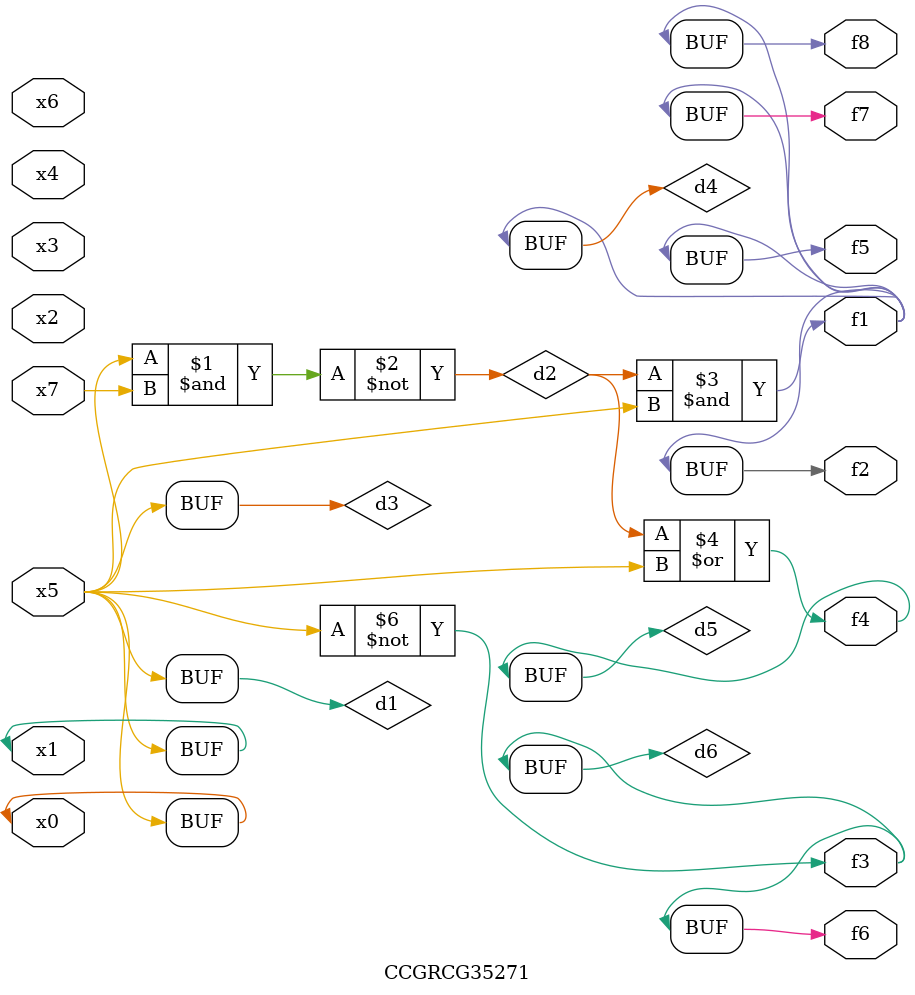
<source format=v>
module CCGRCG35271(
	input x0, x1, x2, x3, x4, x5, x6, x7,
	output f1, f2, f3, f4, f5, f6, f7, f8
);

	wire d1, d2, d3, d4, d5, d6;

	buf (d1, x0, x5);
	nand (d2, x5, x7);
	buf (d3, x0, x1);
	and (d4, d2, d3);
	or (d5, d2, d3);
	nor (d6, d1, d3);
	assign f1 = d4;
	assign f2 = d4;
	assign f3 = d6;
	assign f4 = d5;
	assign f5 = d4;
	assign f6 = d6;
	assign f7 = d4;
	assign f8 = d4;
endmodule

</source>
